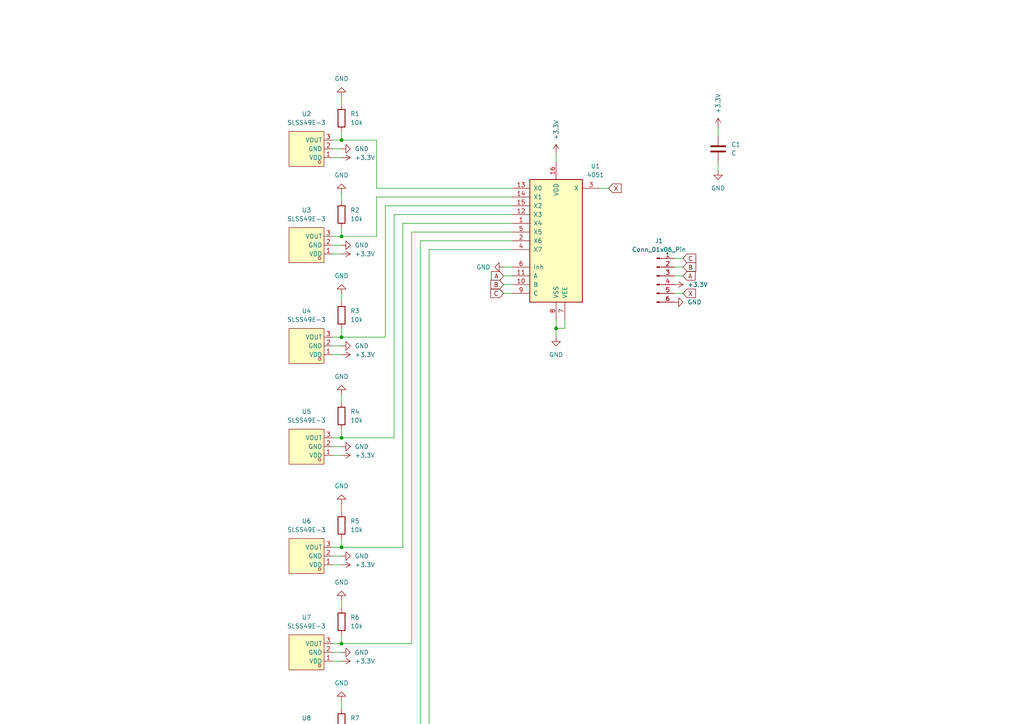
<source format=kicad_sch>
(kicad_sch (version 20250114) (generator "eeschema") (generator_version "9.0")
  (paper "A4")
  (lib_symbols
    (symbol "4xxx:4051" (pin_names (offset 1.016))
      (property "Reference" "U" (at -7.62 19.05 0))
      (property "Value" "4051" (at -7.62 -19.05 0))
      (symbol "4051_1_0"
        (pin passive line (at -12.7 15.24 0) (length 5.08) (name "X0") (number "13"))
        (pin passive line (at -12.7 12.7 0) (length 5.08) (name "X1") (number "14"))
        (pin passive line (at -12.7 10.16 0) (length 5.08) (name "X2") (number "15"))
        (pin passive line (at -12.7 7.62 0) (length 5.08) (name "X3") (number "12"))
        (pin passive line (at -12.7 5.08 0) (length 5.08) (name "X4") (number "1"))
        (pin passive line (at -12.7 2.54 0) (length 5.08) (name "X5") (number "5"))
        (pin passive line (at -12.7 0 0) (length 5.08) (name "X6") (number "2"))
        (pin passive line (at -12.7 -2.54 0) (length 5.08) (name "X7") (number "4"))
        (pin input line (at -12.7 -7.62 0) (length 5.08) (name "Inh") (number "6"))
        (pin input line (at -12.7 -10.16 0) (length 5.08) (name "A") (number "11"))
        (pin input line (at -12.7 -12.7 0) (length 5.08) (name "B") (number "10"))
        (pin input line (at -12.7 -15.24 0) (length 5.08) (name "C") (number "9"))
        (pin power_in line (at 0 22.86 270) (length 5.08) (name "VDD") (number "16"))
        (pin power_in line (at 0 -22.86 90) (length 5.08) (name "VSS") (number "8"))
        (pin power_in line (at 2.54 -22.86 90) (length 5.08) (name "VEE") (number "7"))
        (pin passive line (at 12.7 15.24 180) (length 5.08) (name "X") (number "3"))
      )
      (symbol "4051_1_1"
        (rectangle (start -7.62 17.78) (end 7.62 -17.78) (stroke (width 0.254)) (fill (type background)))
      )
    )
    (symbol "Connector:Conn_01x06_Pin" (pin_names (offset 1.016) (hide yes))
      (property "Reference" "J" (at 0 7.62 0))
      (property "Value" "Conn_01x06_Pin" (at 0 -10.16 0))
      (symbol "Conn_01x06_Pin_1_1"
        (rectangle (start 0.8636 5.207) (end 0 4.953) (stroke (width 0.1524)) (fill (type outline)))
        (rectangle (start 0.8636 2.667) (end 0 2.413) (stroke (width 0.1524)) (fill (type outline)))
        (rectangle (start 0.8636 0.127) (end 0 -0.127) (stroke (width 0.1524)) (fill (type outline)))
        (rectangle (start 0.8636 -2.413) (end 0 -2.667) (stroke (width 0.1524)) (fill (type outline)))
        (rectangle (start 0.8636 -4.953) (end 0 -5.207) (stroke (width 0.1524)) (fill (type outline)))
        (rectangle (start 0.8636 -7.493) (end 0 -7.747) (stroke (width 0.1524)) (fill (type outline)))
        (polyline (pts (xy 1.27 5.08) (xy 0.8636 5.08)) (stroke (width 0.1524)))
        (polyline (pts (xy 1.27 2.54) (xy 0.8636 2.54)) (stroke (width 0.1524)))
        (polyline (pts (xy 1.27 0) (xy 0.8636 0)) (stroke (width 0.1524)))
        (polyline (pts (xy 1.27 -2.54) (xy 0.8636 -2.54)) (stroke (width 0.1524)))
        (polyline (pts (xy 1.27 -5.08) (xy 0.8636 -5.08)) (stroke (width 0.1524)))
        (polyline (pts (xy 1.27 -7.62) (xy 0.8636 -7.62)) (stroke (width 0.1524)))
        (pin passive line (at 5.08 5.08 180) (length 3.81) (name "Pin_1") (number "1"))
        (pin passive line (at 5.08 2.54 180) (length 3.81) (name "Pin_2") (number "2"))
        (pin passive line (at 5.08 0 180) (length 3.81) (name "Pin_3") (number "3"))
        (pin passive line (at 5.08 -2.54 180) (length 3.81) (name "Pin_4") (number "4"))
        (pin passive line (at 5.08 -5.08 180) (length 3.81) (name "Pin_5") (number "5"))
        (pin passive line (at 5.08 -7.62 180) (length 3.81) (name "Pin_6") (number "6"))
      )
    )
    (symbol "Device:C" (pin_numbers (hide yes)) (pin_names (offset 0.254))
      (property "Reference" "C" (at 0.635 2.54 0))
      (property "Value" "C" (at 0.635 -2.54 0))
      (symbol "C_0_1"
        (polyline (pts (xy -2.032 0.762) (xy 2.032 0.762)) (stroke (width 0.508)))
        (polyline (pts (xy -2.032 -0.762) (xy 2.032 -0.762)) (stroke (width 0.508)))
      )
      (symbol "C_1_1"
        (pin passive line (at 0 3.81 270) (length 2.794) (name "~") (number "1"))
        (pin passive line (at 0 -3.81 90) (length 2.794) (name "~") (number "2"))
      )
    )
    (symbol "Device:R" (pin_numbers (hide yes)) (pin_names (offset 0))
      (property "Reference" "R" (at 2.032 0 90))
      (property "Value" "R" (at 0 0 90))
      (symbol "R_0_1"
        (rectangle (start -1.016 -2.54) (end 1.016 2.54) (stroke (width 0.254)))
      )
      (symbol "R_1_1"
        (pin passive line (at 0 3.81 270) (length 1.27) (name "~") (number "1"))
        (pin passive line (at 0 -3.81 90) (length 1.27) (name "~") (number "2"))
      )
    )
    (symbol "PCM_4ms_Power-symbol:+3.3V" (power) (pin_names (offset 0))
      (property "Value" "+3.3V" (at 0 3.556 0))
      (symbol "+3.3V_0_1"
        (polyline (pts (xy -0.762 1.27) (xy 0 2.54)))
        (polyline (pts (xy 0 2.54) (xy 0.762 1.27)))
        (polyline (pts (xy 0 0) (xy 0 2.54)))
      )
      (symbol "+3.3V_1_1"
        (pin power_in line (at 0 0 90) (length 0) (hide yes) (name "+3V3") (number "1"))
      )
    )
    (symbol "easyeda2kicad:SLSS49E-3"
      (property "Reference" "U" (at 0 7.62 0))
      (property "Value" "SLSS49E-3" (at 0 -7.62 0))
      (symbol "SLSS49E-3_0_1"
        (rectangle (start -5.08 5.08) (end 5.08 -5.08) (fill (type background)))
        (circle (center -3.81 3.81) (radius 0.38))
        (pin unspecified line (at -7.62 2.54 0) (length 2.54) (name "VDD") (number "1"))
        (pin unspecified line (at -7.62 0 0) (length 2.54) (name "GND") (number "2"))
        (pin unspecified line (at -7.62 -2.54 0) (length 2.54) (name "VOUT") (number "3"))
      )
    )
    (symbol "power:GND" (power) (pin_numbers (hide yes)) (pin_names (offset 0) (hide yes))
      (property "Value" "GND" (at 0 -3.81 0))
      (symbol "GND_0_1"
        (polyline (pts (xy 0 0) (xy 0 -1.27) (xy 1.27 -1.27) (xy 0 -2.54) (xy -1.27 -1.27) (xy 0 -1.27)))
      )
      (symbol "GND_1_1"
        (pin power_in line (at 0 0 270) (length 0) (name "~") (number "1"))
      )
    )
  )
  (junction (at 99.06 68.58))
  (junction (at 99.06 158.75))
  (junction (at 99.06 245.11))
  (junction (at 99.06 215.9))
  (junction (at 99.06 186.69))
  (junction (at 99.06 97.79))
  (junction (at 99.06 127))
  (junction (at 161.29 95.25))
  (junction (at 99.06 40.64))
  (wire (pts (xy 99.06 68.58) (xy 99.06 66.04)))
  (wire (pts (xy 208.28 36.83) (xy 208.28 39.37)))
  (wire (pts (xy 99.06 97.79) (xy 99.06 95.25)))
  (wire (pts (xy 99.06 27.94) (xy 99.06 30.48)))
  (wire (pts (xy 146.05 82.55) (xy 148.59 82.55)))
  (wire (pts (xy 99.06 189.23) (xy 96.52 189.23)))
  (wire (pts (xy 99.06 43.18) (xy 96.52 43.18)))
  (wire (pts (xy 148.59 62.23) (xy 114.3 62.23)))
  (wire (pts (xy 99.06 55.88) (xy 99.06 58.42)))
  (wire (pts (xy 99.06 114.3) (xy 99.06 116.84)))
  (wire (pts (xy 99.06 40.64) (xy 99.06 38.1)))
  (wire (pts (xy 99.06 100.33) (xy 96.52 100.33)))
  (wire (pts (xy 161.29 44.45) (xy 161.29 46.99)))
  (wire (pts (xy 109.22 68.58) (xy 99.06 68.58)))
  (wire (pts (xy 198.12 85.09) (xy 195.58 85.09)))
  (wire (pts (xy 163.83 95.25) (xy 163.83 92.71)))
  (wire (pts (xy 114.3 62.23) (xy 114.3 127)))
  (wire (pts (xy 96.52 127) (xy 99.06 127)))
  (wire (pts (xy 198.12 77.47) (xy 195.58 77.47)))
  (wire (pts (xy 99.06 215.9) (xy 99.06 213.36)))
  (wire (pts (xy 146.05 85.09) (xy 148.59 85.09)))
  (wire (pts (xy 109.22 40.64) (xy 99.06 40.64)))
  (wire (pts (xy 119.38 186.69) (xy 99.06 186.69)))
  (wire (pts (xy 99.06 250.19) (xy 96.52 250.19)))
  (wire (pts (xy 99.06 232.41) (xy 99.06 234.95)))
  (wire (pts (xy 96.52 186.69) (xy 99.06 186.69)))
  (wire (pts (xy 99.06 247.65) (xy 96.52 247.65)))
  (wire (pts (xy 161.29 95.25) (xy 161.29 97.79)))
  (wire (pts (xy 96.52 158.75) (xy 99.06 158.75)))
  (wire (pts (xy 109.22 54.61) (xy 109.22 40.64)))
  (wire (pts (xy 198.12 80.01) (xy 195.58 80.01)))
  (wire (pts (xy 109.22 57.15) (xy 109.22 68.58)))
  (wire (pts (xy 119.38 67.31) (xy 119.38 186.69)))
  (wire (pts (xy 99.06 85.09) (xy 99.06 87.63)))
  (wire (pts (xy 148.59 72.39) (xy 124.46 72.39)))
  (wire (pts (xy 121.92 69.85) (xy 121.92 215.9)))
  (wire (pts (xy 148.59 59.69) (xy 111.76 59.69)))
  (wire (pts (xy 148.59 67.31) (xy 119.38 67.31)))
  (wire (pts (xy 99.06 186.69) (xy 99.06 184.15)))
  (wire (pts (xy 99.06 132.08) (xy 96.52 132.08)))
  (wire (pts (xy 198.12 74.93) (xy 195.58 74.93)))
  (wire (pts (xy 99.06 203.2) (xy 99.06 205.74)))
  (wire (pts (xy 99.06 129.54) (xy 96.52 129.54)))
  (wire (pts (xy 99.06 45.72) (xy 96.52 45.72)))
  (wire (pts (xy 99.06 218.44) (xy 96.52 218.44)))
  (wire (pts (xy 148.59 57.15) (xy 109.22 57.15)))
  (wire (pts (xy 96.52 97.79) (xy 99.06 97.79)))
  (wire (pts (xy 96.52 215.9) (xy 99.06 215.9)))
  (wire (pts (xy 99.06 71.12) (xy 96.52 71.12)))
  (wire (pts (xy 99.06 73.66) (xy 96.52 73.66)))
  (wire (pts (xy 99.06 191.77) (xy 96.52 191.77)))
  (wire (pts (xy 99.06 163.83) (xy 96.52 163.83)))
  (wire (pts (xy 148.59 69.85) (xy 121.92 69.85)))
  (wire (pts (xy 116.84 158.75) (xy 99.06 158.75)))
  (wire (pts (xy 99.06 161.29) (xy 96.52 161.29)))
  (wire (pts (xy 208.28 49.53) (xy 208.28 46.99)))
  (wire (pts (xy 176.53 54.61) (xy 173.99 54.61)))
  (wire (pts (xy 111.76 59.69) (xy 111.76 97.79)))
  (wire (pts (xy 121.92 215.9) (xy 99.06 215.9)))
  (wire (pts (xy 99.06 173.99) (xy 99.06 176.53)))
  (wire (pts (xy 99.06 158.75) (xy 99.06 156.21)))
  (wire (pts (xy 111.76 97.79) (xy 99.06 97.79)))
  (wire (pts (xy 161.29 95.25) (xy 163.83 95.25)))
  (wire (pts (xy 146.05 77.47) (xy 148.59 77.47)))
  (wire (pts (xy 99.06 220.98) (xy 96.52 220.98)))
  (wire (pts (xy 99.06 146.05) (xy 99.06 148.59)))
  (wire (pts (xy 99.06 127) (xy 99.06 124.46)))
  (wire (pts (xy 96.52 245.11) (xy 99.06 245.11)))
  (wire (pts (xy 146.05 80.01) (xy 148.59 80.01)))
  (wire (pts (xy 99.06 245.11) (xy 99.06 242.57)))
  (wire (pts (xy 148.59 54.61) (xy 109.22 54.61)))
  (wire (pts (xy 124.46 72.39) (xy 124.46 245.11)))
  (wire (pts (xy 99.06 102.87) (xy 96.52 102.87)))
  (wire (pts (xy 148.59 64.77) (xy 116.84 64.77)))
  (wire (pts (xy 114.3 127) (xy 99.06 127)))
  (wire (pts (xy 124.46 245.11) (xy 99.06 245.11)))
  (wire (pts (xy 96.52 40.64) (xy 99.06 40.64)))
  (wire (pts (xy 116.84 64.77) (xy 116.84 158.75)))
  (wire (pts (xy 161.29 92.71) (xy 161.29 95.25)))
  (wire (pts (xy 96.52 68.58) (xy 99.06 68.58)))
  (global_label "B" (shape input) (at 198.12 77.47 0) (property "Intersheetrefs" "${INTERSHEET_REFS}" (effects (hide yes))))
  (global_label "A" (shape input) (at 146.05 80.01 180) (property "Intersheetrefs" "${INTERSHEET_REFS}" (effects (hide yes))))
  (global_label "A" (shape input) (at 198.12 80.01 0) (property "Intersheetrefs" "${INTERSHEET_REFS}" (effects (hide yes))))
  (global_label "X" (shape input) (at 198.12 85.09 0) (property "Intersheetrefs" "${INTERSHEET_REFS}" (effects (hide yes))))
  (global_label "B" (shape input) (at 146.05 82.55 180) (property "Intersheetrefs" "${INTERSHEET_REFS}" (effects (hide yes))))
  (global_label "C" (shape input) (at 146.05 85.09 180) (property "Intersheetrefs" "${INTERSHEET_REFS}" (effects (hide yes))))
  (global_label "C" (shape input) (at 198.12 74.93 0) (property "Intersheetrefs" "${INTERSHEET_REFS}" (effects (hide yes))))
  (global_label "X" (shape input) (at 176.53 54.61 0) (property "Intersheetrefs" "${INTERSHEET_REFS}" (effects (hide yes))))
  (symbol (lib_id "power:GND") (at 99.06 43.18 90) (unit 1)
    (property "Reference" "#PWR05" (effects (hide yes)))
    (property "Value" "GND" (at 102.87 43.1799 90) (effects (justify right)))
    (property "Description" "Power symbol creates a global label with name \"GND\" , ground" (effects (hide yes)))
  )
  (symbol (lib_id "power:GND") (at 99.06 27.94 180) (unit 1)
    (property "Reference" "#PWR06" (effects (hide yes)))
    (property "Value" "GND" (at 99.06 22.86 0))
    (property "Description" "Power symbol creates a global label with name \"GND\" , ground" (effects (hide yes)))
  )
  (symbol (lib_id "easyeda2kicad:SLSS49E-3") (at 88.9 71.12 180) (unit 1)
    (property "Reference" "U3" (at 88.9 60.96 0))
    (property "Value" "SLSS49E-3" (at 88.9 63.5 0))
    (property "Footprint" "easyeda2kicad:SOT-23-3_L2.9-W1.6-P1.90-LS2.8-BR-CW" (effects (hide yes)))
    (property "LCSC Part" "C2904393" (effects (hide yes)))
  )
  (symbol (lib_id "PCM_4ms_Power-symbol:+3.3V") (at 99.06 102.87 270) (unit 1)
    (property "Reference" "#PWR012" (effects (hide yes)))
    (property "Value" "+3.3V" (at 102.87 102.8699 90) (effects (justify left)))
  )
  (symbol (lib_id "easyeda2kicad:SLSS49E-3") (at 88.9 100.33 180) (unit 1)
    (property "Reference" "U4" (at 88.9 90.17 0))
    (property "Value" "SLSS49E-3" (at 88.9 92.71 0))
    (property "Footprint" "easyeda2kicad:SOT-23-3_L2.9-W1.6-P1.90-LS2.8-BR-CW" (effects (hide yes)))
    (property "LCSC Part" "C2904393" (effects (hide yes)))
  )
  (symbol (lib_id "power:GND") (at 161.29 97.79 0) (unit 1)
    (property "Reference" "#PWR03" (effects (hide yes)))
    (property "Value" "GND" (at 161.29 102.87 0))
    (property "Description" "Power symbol creates a global label with name \"GND\" , ground" (effects (hide yes)))
  )
  (symbol (lib_id "power:GND") (at 99.06 85.09 180) (unit 1)
    (property "Reference" "#PWR010" (effects (hide yes)))
    (property "Value" "GND" (at 99.06 80.01 0))
    (property "Description" "Power symbol creates a global label with name \"GND\" , ground" (effects (hide yes)))
  )
  (symbol (lib_id "PCM_4ms_Power-symbol:+3.3V") (at 99.06 132.08 270) (unit 1)
    (property "Reference" "#PWR015" (effects (hide yes)))
    (property "Value" "+3.3V" (at 102.87 132.0799 90) (effects (justify left)))
  )
  (symbol (lib_id "Device:C") (at 208.28 43.18 0) (unit 1)
    (property "Reference" "C1" (at 212.09 41.9099 0) (effects (justify left)))
    (property "Value" "C" (at 212.09 44.4499 0) (effects (justify left)))
    (property "Footprint" "Capacitor_SMD:C_0805_2012Metric_Pad1.18x1.45mm_HandSolder" (effects (hide yes)))
    (property "Description" "Unpolarized capacitor" (effects (hide yes)))
  )
  (symbol (lib_id "Device:R") (at 99.06 120.65 0) (unit 1)
    (property "Reference" "R4" (at 101.6 119.3799 0) (effects (justify left)))
    (property "Value" "10k" (at 101.6 121.9199 0) (effects (justify left)))
    (property "Footprint" "Resistor_SMD:R_0603_1608Metric_Pad0.98x0.95mm_HandSolder" (effects (hide yes)))
    (property "Description" "Resistor" (effects (hide yes)))
  )
  (symbol (lib_id "4xxx:4051") (at 161.29 69.85 0) (unit 1)
    (property "Reference" "U1" (at 172.72 48.1898 0))
    (property "Value" "4051" (at 172.72 50.7298 0))
    (property "Footprint" "Package_DIP:DIP-16_W7.62mm_LongPads" (effects (hide yes)))
    (property "Datasheet" "http://www.intersil.com/content/dam/Intersil/documents/cd40/cd4051bms-52bms-53bms.pdf" (effects (hide yes)))
    (property "Description" "Analog Multiplexer 8 to 1 lins" (effects (hide yes)))
  )
  (symbol (lib_id "power:GND") (at 99.06 232.41 180) (unit 1)
    (property "Reference" "#PWR025" (effects (hide yes)))
    (property "Value" "GND" (at 99.06 227.33 0))
    (property "Description" "Power symbol creates a global label with name \"GND\" , ground" (effects (hide yes)))
  )
  (symbol (lib_id "power:GND") (at 99.06 203.2 180) (unit 1)
    (property "Reference" "#PWR022" (effects (hide yes)))
    (property "Value" "GND" (at 99.06 198.12 0))
    (property "Description" "Power symbol creates a global label with name \"GND\" , ground" (effects (hide yes)))
  )
  (symbol (lib_id "Device:R") (at 99.06 152.4 0) (unit 1)
    (property "Reference" "R5" (at 101.6 151.1299 0) (effects (justify left)))
    (property "Value" "10k" (at 101.6 153.6699 0) (effects (justify left)))
    (property "Footprint" "Resistor_SMD:R_0603_1608Metric_Pad0.98x0.95mm_HandSolder" (effects (hide yes)))
    (property "Description" "Resistor" (effects (hide yes)))
  )
  (symbol (lib_id "power:GND") (at 99.06 189.23 90) (unit 1)
    (property "Reference" "#PWR020" (effects (hide yes)))
    (property "Value" "GND" (at 102.87 189.2299 90) (effects (justify right)))
    (property "Description" "Power symbol creates a global label with name \"GND\" , ground" (effects (hide yes)))
  )
  (symbol (lib_id "power:GND") (at 99.06 114.3 180) (unit 1)
    (property "Reference" "#PWR013" (effects (hide yes)))
    (property "Value" "GND" (at 99.06 109.22 0))
    (property "Description" "Power symbol creates a global label with name \"GND\" , ground" (effects (hide yes)))
  )
  (symbol (lib_id "power:GND") (at 99.06 218.44 90) (unit 1)
    (property "Reference" "#PWR023" (effects (hide yes)))
    (property "Value" "GND" (at 102.87 218.4399 90) (effects (justify right)))
    (property "Description" "Power symbol creates a global label with name \"GND\" , ground" (effects (hide yes)))
  )
  (symbol (lib_id "power:GND") (at 99.06 55.88 180) (unit 1)
    (property "Reference" "#PWR07" (effects (hide yes)))
    (property "Value" "GND" (at 99.06 50.8 0))
    (property "Description" "Power symbol creates a global label with name \"GND\" , ground" (effects (hide yes)))
  )
  (symbol (lib_id "easyeda2kicad:SLSS49E-3") (at 88.9 218.44 180) (unit 1)
    (property "Reference" "U8" (at 88.9 208.28 0))
    (property "Value" "SLSS49E-3" (at 88.9 210.82 0))
    (property "Footprint" "easyeda2kicad:SOT-23-3_L2.9-W1.6-P1.90-LS2.8-BR-CW" (effects (hide yes)))
    (property "LCSC Part" "C2904393" (effects (hide yes)))
  )
  (symbol (lib_id "Device:R") (at 99.06 91.44 0) (unit 1)
    (property "Reference" "R3" (at 101.6 90.1699 0) (effects (justify left)))
    (property "Value" "10k" (at 101.6 92.7099 0) (effects (justify left)))
    (property "Footprint" "Resistor_SMD:R_0603_1608Metric_Pad0.98x0.95mm_HandSolder" (effects (hide yes)))
    (property "Description" "Resistor" (effects (hide yes)))
  )
  (symbol (lib_id "easyeda2kicad:SLSS49E-3") (at 88.9 129.54 180) (unit 1)
    (property "Reference" "U5" (at 88.9 119.38 0))
    (property "Value" "SLSS49E-3" (at 88.9 121.92 0))
    (property "Footprint" "easyeda2kicad:SOT-23-3_L2.9-W1.6-P1.90-LS2.8-BR-CW" (effects (hide yes)))
    (property "LCSC Part" "C2904393" (effects (hide yes)))
  )
  (symbol (lib_id "easyeda2kicad:SLSS49E-3") (at 88.9 43.18 180) (unit 1)
    (property "Reference" "U2" (at 88.9 33.02 0))
    (property "Value" "SLSS49E-3" (at 88.9 35.56 0))
    (property "Footprint" "easyeda2kicad:SOT-23-3_L2.9-W1.6-P1.90-LS2.8-BR-CW" (effects (hide yes)))
    (property "LCSC Part" "C2904393" (effects (hide yes)))
  )
  (symbol (lib_id "easyeda2kicad:SLSS49E-3") (at 88.9 161.29 180) (unit 1)
    (property "Reference" "U6" (at 88.9 151.13 0))
    (property "Value" "SLSS49E-3" (at 88.9 153.67 0))
    (property "Footprint" "easyeda2kicad:SOT-23-3_L2.9-W1.6-P1.90-LS2.8-BR-CW" (effects (hide yes)))
    (property "LCSC Part" "C2904393" (effects (hide yes)))
  )
  (symbol (lib_id "power:GND") (at 99.06 161.29 90) (unit 1)
    (property "Reference" "#PWR017" (effects (hide yes)))
    (property "Value" "GND" (at 102.87 161.2899 90) (effects (justify right)))
    (property "Description" "Power symbol creates a global label with name \"GND\" , ground" (effects (hide yes)))
  )
  (symbol (lib_id "PCM_4ms_Power-symbol:+3.3V") (at 99.06 250.19 270) (unit 1)
    (property "Reference" "#PWR027" (effects (hide yes)))
    (property "Value" "+3.3V" (at 102.87 250.1899 90) (effects (justify left)))
  )
  (symbol (lib_id "PCM_4ms_Power-symbol:+3.3V") (at 99.06 220.98 270) (unit 1)
    (property "Reference" "#PWR024" (effects (hide yes)))
    (property "Value" "+3.3V" (at 102.87 220.9799 90) (effects (justify left)))
  )
  (symbol (lib_id "PCM_4ms_Power-symbol:+3.3V") (at 99.06 191.77 270) (unit 1)
    (property "Reference" "#PWR021" (effects (hide yes)))
    (property "Value" "+3.3V" (at 102.87 191.7699 90) (effects (justify left)))
  )
  (symbol (lib_id "Device:R") (at 99.06 209.55 0) (unit 1)
    (property "Reference" "R7" (at 101.6 208.2799 0) (effects (justify left)))
    (property "Value" "10k" (at 101.6 210.8199 0) (effects (justify left)))
    (property "Footprint" "Resistor_SMD:R_0603_1608Metric_Pad0.98x0.95mm_HandSolder" (effects (hide yes)))
    (property "Description" "Resistor" (effects (hide yes)))
  )
  (symbol (lib_id "PCM_4ms_Power-symbol:+3.3V") (at 195.58 82.55 270) (unit 1)
    (property "Reference" "#PWR031" (effects (hide yes)))
    (property "Value" "+3.3V" (at 199.39 82.5499 90) (effects (justify left)))
  )
  (symbol (lib_id "Device:R") (at 99.06 180.34 0) (unit 1)
    (property "Reference" "R6" (at 101.6 179.0699 0) (effects (justify left)))
    (property "Value" "10k" (at 101.6 181.6099 0) (effects (justify left)))
    (property "Footprint" "Resistor_SMD:R_0603_1608Metric_Pad0.98x0.95mm_HandSolder" (effects (hide yes)))
    (property "Description" "Resistor" (effects (hide yes)))
  )
  (symbol (lib_id "easyeda2kicad:SLSS49E-3") (at 88.9 247.65 180) (unit 1)
    (property "Reference" "U9" (at 88.9 237.49 0))
    (property "Value" "SLSS49E-3" (at 88.9 240.03 0))
    (property "Footprint" "easyeda2kicad:SOT-23-3_L2.9-W1.6-P1.90-LS2.8-BR-CW" (effects (hide yes)))
    (property "LCSC Part" "C2904393" (effects (hide yes)))
  )
  (symbol (lib_id "power:GND") (at 99.06 146.05 180) (unit 1)
    (property "Reference" "#PWR016" (effects (hide yes)))
    (property "Value" "GND" (at 99.06 140.97 0))
    (property "Description" "Power symbol creates a global label with name \"GND\" , ground" (effects (hide yes)))
  )
  (symbol (lib_id "Device:R") (at 99.06 238.76 0) (unit 1)
    (property "Reference" "R8" (at 101.6 237.4899 0) (effects (justify left)))
    (property "Value" "10k" (at 101.6 240.0299 0) (effects (justify left)))
    (property "Footprint" "Resistor_SMD:R_0603_1608Metric_Pad0.98x0.95mm_HandSolder" (effects (hide yes)))
    (property "Description" "Resistor" (effects (hide yes)))
  )
  (symbol (lib_id "PCM_4ms_Power-symbol:+3.3V") (at 99.06 163.83 270) (unit 1)
    (property "Reference" "#PWR018" (effects (hide yes)))
    (property "Value" "+3.3V" (at 102.87 163.8299 90) (effects (justify left)))
  )
  (symbol (lib_id "Device:R") (at 99.06 62.23 0) (unit 1)
    (property "Reference" "R2" (at 101.6 60.9599 0) (effects (justify left)))
    (property "Value" "10k" (at 101.6 63.4999 0) (effects (justify left)))
    (property "Footprint" "Resistor_SMD:R_0603_1608Metric_Pad0.98x0.95mm_HandSolder" (effects (hide yes)))
    (property "Description" "Resistor" (effects (hide yes)))
  )
  (symbol (lib_id "easyeda2kicad:SLSS49E-3") (at 88.9 189.23 180) (unit 1)
    (property "Reference" "U7" (at 88.9 179.07 0))
    (property "Value" "SLSS49E-3" (at 88.9 181.61 0))
    (property "Footprint" "easyeda2kicad:SOT-23-3_L2.9-W1.6-P1.90-LS2.8-BR-CW" (effects (hide yes)))
    (property "LCSC Part" "C2904393" (effects (hide yes)))
  )
  (symbol (lib_id "power:GND") (at 208.28 49.53 0) (unit 1)
    (property "Reference" "#PWR029" (effects (hide yes)))
    (property "Value" "GND" (at 208.28 54.61 0))
    (property "Description" "Power symbol creates a global label with name \"GND\" , ground" (effects (hide yes)))
  )
  (symbol (lib_id "power:GND") (at 99.06 129.54 90) (unit 1)
    (property "Reference" "#PWR014" (effects (hide yes)))
    (property "Value" "GND" (at 102.87 129.5399 90) (effects (justify right)))
    (property "Description" "Power symbol creates a global label with name \"GND\" , ground" (effects (hide yes)))
  )
  (symbol (lib_id "power:GND") (at 99.06 100.33 90) (unit 1)
    (property "Reference" "#PWR011" (effects (hide yes)))
    (property "Value" "GND" (at 102.87 100.3299 90) (effects (justify right)))
    (property "Description" "Power symbol creates a global label with name \"GND\" , ground" (effects (hide yes)))
  )
  (symbol (lib_id "Connector:Conn_01x06_Pin") (at 190.5 80.01 0) (unit 1)
    (property "Reference" "J1" (at 191.135 69.85 0))
    (property "Value" "Conn_01x06_Pin" (at 191.135 72.39 0))
    (property "Footprint" "Connector_PinHeader_2.54mm:PinHeader_1x06_P2.54mm_Vertical" (effects (hide yes)))
    (property "Description" "Generic connector, single row, 01x06, script generated" (effects (hide yes)))
  )
  (symbol (lib_id "power:GND") (at 99.06 247.65 90) (unit 1)
    (property "Reference" "#PWR026" (effects (hide yes)))
    (property "Value" "GND" (at 102.87 247.6499 90) (effects (justify right)))
    (property "Description" "Power symbol creates a global label with name \"GND\" , ground" (effects (hide yes)))
  )
  (symbol (lib_id "power:GND") (at 195.58 87.63 90) (unit 1)
    (property "Reference" "#PWR032" (effects (hide yes)))
    (property "Value" "GND" (at 199.39 87.6299 90) (effects (justify right)))
    (property "Description" "Power symbol creates a global label with name \"GND\" , ground" (effects (hide yes)))
  )
  (symbol (lib_id "PCM_4ms_Power-symbol:+3.3V") (at 208.28 36.83 0) (unit 1)
    (property "Reference" "#PWR028" (effects (hide yes)))
    (property "Value" "+3.3V" (at 208.2799 33.02 90) (effects (justify left)))
  )
  (symbol (lib_id "power:GND") (at 146.05 77.47 270) (unit 1)
    (property "Reference" "#PWR04" (effects (hide yes)))
    (property "Value" "GND" (at 142.24 77.4699 90) (effects (justify right)))
    (property "Description" "Power symbol creates a global label with name \"GND\" , ground" (effects (hide yes)))
  )
  (symbol (lib_id "Device:R") (at 99.06 34.29 0) (unit 1)
    (property "Reference" "R1" (at 101.6 33.0199 0) (effects (justify left)))
    (property "Value" "10k" (at 101.6 35.5599 0) (effects (justify left)))
    (property "Footprint" "Resistor_SMD:R_0603_1608Metric_Pad0.98x0.95mm_HandSolder" (effects (hide yes)))
    (property "Description" "Resistor" (effects (hide yes)))
  )
  (symbol (lib_id "power:GND") (at 99.06 71.12 90) (unit 1)
    (property "Reference" "#PWR08" (effects (hide yes)))
    (property "Value" "GND" (at 102.87 71.1199 90) (effects (justify right)))
    (property "Description" "Power symbol creates a global label with name \"GND\" , ground" (effects (hide yes)))
  )
  (symbol (lib_id "power:GND") (at 99.06 173.99 180) (unit 1)
    (property "Reference" "#PWR019" (effects (hide yes)))
    (property "Value" "GND" (at 99.06 168.91 0))
    (property "Description" "Power symbol creates a global label with name \"GND\" , ground" (effects (hide yes)))
  )
  (symbol (lib_id "PCM_4ms_Power-symbol:+3.3V") (at 99.06 73.66 270) (unit 1)
    (property "Reference" "#PWR09" (effects (hide yes)))
    (property "Value" "+3.3V" (at 102.87 73.6599 90) (effects (justify left)))
  )
  (symbol (lib_id "PCM_4ms_Power-symbol:+3.3V") (at 99.06 45.72 270) (unit 1)
    (property "Reference" "#PWR01" (effects (hide yes)))
    (property "Value" "+3.3V" (at 102.87 45.7199 90) (effects (justify left)))
  )
  (symbol (lib_id "PCM_4ms_Power-symbol:+3.3V") (at 161.29 44.45 0) (unit 1)
    (property "Reference" "#PWR02" (effects (hide yes)))
    (property "Value" "+3.3V" (at 161.2899 40.64 90) (effects (justify left)))
  )
)
</source>
